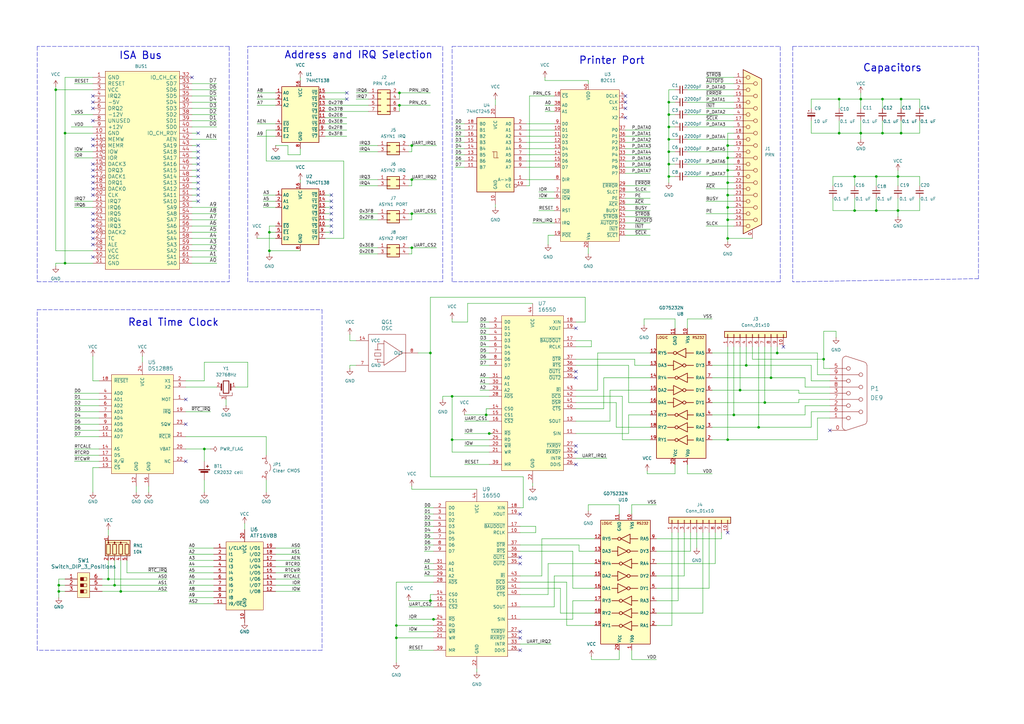
<source format=kicad_sch>
(kicad_sch (version 20231120) (generator "eeschema") (generator_version "8.0")
  (paper "A3")
  (title_block (title "ISA PC Card with 1 LPT and 2 COM ports and RTC") (date "2024-11-24") (rev "1.0"))
  (junction (at 359.41 72.39))
  (junction (at 298.45 64.77))
  (junction (at 359.41 86.36))
  (junction (at 274.32 41.91))
  (junction (at 24.13 240.03))
  (junction (at 44.45 237.49))
  (junction (at 274.32 62.23))
  (junction (at 368.3 72.39))
  (junction (at 24.13 242.57))
  (junction (at 369.57 54.61))
  (junction (at 274.32 52.07))
  (junction (at 176.53 144.78))
  (junction (at 306.07 149.86))
  (junction (at 298.45 85.09))
  (junction (at 361.95 40.64))
  (junction (at 83.82 184.15))
  (junction (at 185.42 180.34))
  (junction (at 163.83 43.18))
  (junction (at 26.67 54.61))
  (junction (at 177.8 254))
  (junction (at 110.49 95.25))
  (junction (at 350.52 86.36))
  (junction (at 337.82 147.32))
  (junction (at 298.45 69.85))
  (junction (at 274.32 46.99))
  (junction (at 168.91 87.63))
  (junction (at 274.32 57.15))
  (junction (at 200.66 177.8))
  (junction (at 298.45 97.79))
  (junction (at 311.15 175.26))
  (junction (at 300.99 170.18))
  (junction (at 168.91 101.6))
  (junction (at 298.45 80.01))
  (junction (at 185.42 162.56))
  (junction (at 168.91 73.66))
  (junction (at 49.53 242.57))
  (junction (at 176.53 246.38))
  (junction (at 350.52 72.39))
  (junction (at 298.45 180.34))
  (junction (at 353.06 40.64))
  (junction (at 344.17 40.64))
  (junction (at 110.49 102.87))
  (junction (at 353.06 54.61))
  (junction (at 168.91 59.69))
  (junction (at 298.45 90.17))
  (junction (at 274.32 72.39))
  (junction (at 318.77 144.78))
  (junction (at 298.45 59.69))
  (junction (at 361.95 54.61))
  (junction (at 298.45 74.93))
  (junction (at 163.83 38.1))
  (junction (at 274.32 67.31))
  (junction (at 303.53 160.02))
  (junction (at 162.56 261.62))
  (junction (at 22.86 36.83))
  (junction (at 313.69 165.1))
  (junction (at 369.57 40.64))
  (junction (at 344.17 54.61))
  (junction (at 26.67 107.95))
  (junction (at 162.56 256.54))
  (junction (at 316.23 154.94))
  (junction (at 368.3 86.36))
  (junction (at 46.99 240.03))
  (junction (at 199.39 170.18))
  (no_connect (at 142.24 38.1))
  (no_connect (at 81.28 77.47))
  (no_connect (at 81.28 69.85))
  (no_connect (at 213.36 259.08))
  (no_connect (at 38.1 74.93))
  (no_connect (at 38.1 69.85))
  (no_connect (at 38.1 95.25))
  (no_connect (at 256.54 39.37))
  (no_connect (at 38.1 72.39))
  (no_connect (at 76.2 189.23))
  (no_connect (at 81.28 62.23))
  (no_connect (at 38.1 92.71))
  (no_connect (at 81.28 54.61))
  (no_connect (at 78.74 31.75))
  (no_connect (at 256.54 41.91))
  (no_connect (at 256.54 44.45))
  (no_connect (at 236.22 190.5))
  (no_connect (at 81.28 64.77))
  (no_connect (at 38.1 44.45))
  (no_connect (at 76.2 173.99))
  (no_connect (at 142.24 40.64))
  (no_connect (at 135.89 85.09))
  (no_connect (at 213.36 261.62))
  (no_connect (at 135.89 95.25))
  (no_connect (at 236.22 185.42))
  (no_connect (at 38.1 80.01))
  (no_connect (at 135.89 92.71))
  (no_connect (at 81.28 82.55))
  (no_connect (at 81.28 67.31))
  (no_connect (at 236.22 152.4))
  (no_connect (at 135.89 80.01))
  (no_connect (at 340.36 176.53))
  (no_connect (at 81.28 59.69))
  (no_connect (at 298.45 218.44))
  (no_connect (at 135.89 87.63))
  (no_connect (at 38.1 77.47))
  (no_connect (at 38.1 87.63))
  (no_connect (at 236.22 134.62))
  (no_connect (at 135.89 90.17))
  (no_connect (at 38.1 57.15))
  (no_connect (at 321.31 142.24))
  (no_connect (at 135.89 82.55))
  (no_connect (at 38.1 41.91))
  (no_connect (at 256.54 48.26))
  (no_connect (at 213.36 228.6))
  (no_connect (at 236.22 154.94))
  (no_connect (at 38.1 97.79))
  (no_connect (at 38.1 90.17))
  (no_connect (at 76.2 163.83))
  (no_connect (at 81.28 74.93))
  (no_connect (at 213.36 231.14))
  (no_connect (at 38.1 59.69))
  (no_connect (at 38.1 49.53))
  (no_connect (at 38.1 100.33))
  (no_connect (at 38.1 67.31))
  (no_connect (at 38.1 105.41))
  (no_connect (at 213.36 210.82))
  (no_connect (at 38.1 39.37))
  (no_connect (at 213.36 266.7))
  (no_connect (at 236.22 182.88))
  (no_connect (at 81.28 72.39))
  (no_connect (at 81.28 80.01))
  (wire (pts (xy 133.35 92.71) (xy 135.89 92.71)))
  (wire (pts (xy 369.57 40.64) (xy 377.19 40.64)))
  (wire (pts (xy 26.67 54.61) (xy 26.67 107.95)))
  (wire (pts (xy 147.32 73.66) (xy 154.94 73.66)))
  (wire (pts (xy 255.27 162.56) (xy 255.27 180.34)))
  (wire (pts (xy 41.91 242.57) (xy 49.53 242.57)))
  (wire (pts (xy 22.86 36.83) (xy 22.86 102.87)))
  (wire (pts (xy 40.64 184.15) (xy 30.48 184.15)))
  (wire (pts (xy 330.2 154.94) (xy 330.2 158.75)))
  (wire (pts (xy 110.49 95.25) (xy 113.03 95.25)))
  (wire (pts (xy 242.57 139.7) (xy 242.57 142.24)))
  (wire (pts (xy 298.45 180.34) (xy 298.45 142.24)))
  (wire (pts (xy 133.35 48.26) (xy 142.24 48.26)))
  (wire (pts (xy 52.07 229.87) (xy 52.07 234.95)))
  (wire (pts (xy 377.19 40.64) (xy 377.19 44.45)))
  (wire (pts (xy 222.25 236.22) (xy 222.25 220.98)))
  (wire (pts (xy 298.45 74.93) (xy 300.99 74.93)))
  (wire (pts (xy 26.67 107.95) (xy 38.1 107.95)))
  (wire (pts (xy 78.74 41.91) (xy 88.9 41.91)))
  (wire (pts (xy 359.41 86.36) (xy 350.52 86.36)))
  (wire (pts (xy 274.32 62.23) (xy 276.86 62.23)))
  (polyline (pts (xy 93.98 19.05) (xy 93.98 115.57)) (stroke (width 0) (type dash)))
  (wire (pts (xy 177.8 254) (xy 179.07 254)))
  (wire (pts (xy 327.66 165.1) (xy 327.66 163.83)))
  (wire (pts (xy 105.41 50.8) (xy 113.03 50.8)))
  (wire (pts (xy 289.56 92.71) (xy 300.99 92.71)))
  (wire (pts (xy 237.49 226.06) (xy 237.49 223.52)))
  (wire (pts (xy 240.03 132.08) (xy 236.22 132.08)))
  (wire (pts (xy 168.91 76.2) (xy 168.91 73.66)))
  (wire (pts (xy 214.63 208.28) (xy 213.36 208.28)))
  (wire (pts (xy 76.2 179.07) (xy 109.22 179.07)))
  (wire (pts (xy 281.94 62.23) (xy 300.99 62.23)))
  (wire (pts (xy 341.63 81.28) (xy 341.63 86.36)))
  (wire (pts (xy 196.85 137.16) (xy 200.66 137.16)))
  (wire (pts (xy 162.56 261.62) (xy 162.56 271.78)))
  (wire (pts (xy 113.03 229.87) (xy 123.19 229.87)))
  (wire (pts (xy 350.52 81.28) (xy 350.52 86.36)))
  (wire (pts (xy 259.08 207.01) (xy 259.08 210.82)))
  (wire (pts (xy 173.99 218.44) (xy 177.8 218.44)))
  (wire (pts (xy 240.03 121.92) (xy 240.03 132.08)))
  (wire (pts (xy 274.32 72.39) (xy 274.32 74.93)))
  (wire (pts (xy 292.1 130.81) (xy 281.94 130.81)))
  (polyline (pts (xy 93.98 19.05) (xy 15.24 19.05)) (stroke (width 0) (type dash)))
  (wire (pts (xy 168.91 59.69) (xy 179.07 59.69)))
  (wire (pts (xy 281.94 130.81) (xy 281.94 134.62)))
  (wire (pts (xy 232.41 238.76) (xy 232.41 256.54)))
  (polyline (pts (xy 15.24 115.57) (xy 93.98 115.57)) (stroke (width 0) (type dash)))
  (wire (pts (xy 368.3 86.36) (xy 377.19 86.36)))
  (wire (pts (xy 308.61 147.32) (xy 337.82 147.32)))
  (wire (pts (xy 327.66 163.83) (xy 340.36 163.83)))
  (wire (pts (xy 260.35 147.32) (xy 236.22 147.32)))
  (wire (pts (xy 22.86 36.83) (xy 38.1 36.83)))
  (wire (pts (xy 341.63 72.39) (xy 350.52 72.39)))
  (wire (pts (xy 133.35 53.34) (xy 142.24 53.34)))
  (wire (pts (xy 196.85 142.24) (xy 200.66 142.24)))
  (wire (pts (xy 276.86 134.62) (xy 276.86 130.81)))
  (wire (pts (xy 332.74 168.91) (xy 340.36 168.91)))
  (wire (pts (xy 335.28 144.78) (xy 335.28 153.67)))
  (wire (pts (xy 163.83 38.1) (xy 163.83 40.64)))
  (wire (pts (xy 190.5 172.72) (xy 200.66 172.72)))
  (wire (pts (xy 250.19 172.72) (xy 250.19 160.02)))
  (wire (pts (xy 167.64 254) (xy 177.8 254)))
  (wire (pts (xy 316.23 154.94) (xy 330.2 154.94)))
  (wire (pts (xy 353.06 40.64) (xy 361.95 40.64)))
  (wire (pts (xy 311.15 175.26) (xy 311.15 142.24)))
  (wire (pts (xy 274.32 41.91) (xy 276.86 41.91)))
  (polyline (pts (xy 401.32 114.3) (xy 325.12 115.57)) (stroke (width 0) (type dash)))
  (wire (pts (xy 245.11 144.78) (xy 266.7 144.78)))
  (wire (pts (xy 298.45 64.77) (xy 300.99 64.77)))
  (wire (pts (xy 218.44 91.44) (xy 227.33 91.44)))
  (wire (pts (xy 256.54 68.58) (xy 266.7 68.58)))
  (wire (pts (xy 330.2 158.75) (xy 340.36 158.75)))
  (wire (pts (xy 274.32 36.83) (xy 274.32 41.91)))
  (wire (pts (xy 143.51 137.16) (xy 143.51 139.7)))
  (wire (pts (xy 40.64 191.77) (xy 38.1 191.77)))
  (wire (pts (xy 274.32 67.31) (xy 276.86 67.31)))
  (wire (pts (xy 46.99 240.03) (xy 68.58 240.03)))
  (wire (pts (xy 78.74 80.01) (xy 81.28 80.01)))
  (wire (pts (xy 147.32 101.6) (xy 154.94 101.6)))
  (wire (pts (xy 257.81 170.18) (xy 266.7 170.18)))
  (wire (pts (xy 196.85 134.62) (xy 200.66 134.62)))
  (wire (pts (xy 289.56 49.53) (xy 300.99 49.53)))
  (wire (pts (xy 163.83 38.1) (xy 176.53 38.1)))
  (wire (pts (xy 229.87 241.3) (xy 229.87 251.46)))
  (wire (pts (xy 220.98 81.28) (xy 227.33 81.28)))
  (wire (pts (xy 147.32 90.17) (xy 154.94 90.17)))
  (wire (pts (xy 242.57 270.51) (xy 242.57 269.24)))
  (polyline (pts (xy 181.61 19.05) (xy 181.61 115.57)) (stroke (width 0) (type dash)))
  (wire (pts (xy 361.95 40.64) (xy 361.95 44.45)))
  (wire (pts (xy 369.57 40.64) (xy 369.57 44.45)))
  (wire (pts (xy 269.24 270.51) (xy 259.08 270.51)))
  (wire (pts (xy 30.48 34.29) (xy 38.1 34.29)))
  (wire (pts (xy 113.03 234.95) (xy 123.19 234.95)))
  (wire (pts (xy 368.3 72.39) (xy 377.19 72.39)))
  (wire (pts (xy 274.32 57.15) (xy 276.86 57.15)))
  (wire (pts (xy 173.99 208.28) (xy 177.8 208.28)))
  (wire (pts (xy 168.91 200.66) (xy 195.58 200.66)))
  (wire (pts (xy 344.17 40.64) (xy 344.17 44.45)))
  (wire (pts (xy 46.99 229.87) (xy 46.99 240.03)))
  (wire (pts (xy 24.13 242.57) (xy 24.13 245.11)))
  (wire (pts (xy 234.95 226.06) (xy 234.95 241.3)))
  (wire (pts (xy 289.56 82.55) (xy 300.99 82.55)))
  (wire (pts (xy 133.35 90.17) (xy 135.89 90.17)))
  (wire (pts (xy 176.53 243.84) (xy 177.8 243.84)))
  (wire (pts (xy 203.2 40.64) (xy 203.2 43.18)))
  (wire (pts (xy 342.9 135.89) (xy 342.9 138.43)))
  (wire (pts (xy 289.56 34.29) (xy 300.99 34.29)))
  (wire (pts (xy 257.81 177.8) (xy 257.81 170.18)))
  (wire (pts (xy 87.63 234.95) (xy 77.47 234.95)))
  (wire (pts (xy 110.49 92.71) (xy 113.03 92.71)))
  (wire (pts (xy 87.63 224.79) (xy 77.47 224.79)))
  (wire (pts (xy 256.54 58.42) (xy 266.7 58.42)))
  (wire (pts (xy 215.9 68.58) (xy 227.33 68.58)))
  (wire (pts (xy 78.74 34.29) (xy 88.9 34.29)))
  (wire (pts (xy 176.53 121.92) (xy 240.03 121.92)))
  (wire (pts (xy 377.19 72.39) (xy 377.19 76.2)))
  (wire (pts (xy 241.3 207.01) (xy 241.3 209.55)))
  (wire (pts (xy 26.67 31.75) (xy 26.67 54.61)))
  (wire (pts (xy 78.74 64.77) (xy 81.28 64.77)))
  (wire (pts (xy 290.83 241.3) (xy 290.83 218.44)))
  (wire (pts (xy 292.1 180.34) (xy 298.45 180.34)))
  (wire (pts (xy 298.45 80.01) (xy 300.99 80.01)))
  (wire (pts (xy 191.77 132.08) (xy 185.42 132.08)))
  (wire (pts (xy 281.94 67.31) (xy 300.99 67.31)))
  (wire (pts (xy 88.9 57.15) (xy 78.74 57.15)))
  (wire (pts (xy 105.41 38.1) (xy 113.03 38.1)))
  (wire (pts (xy 133.35 40.64) (xy 142.24 40.64)))
  (wire (pts (xy 123.19 102.87) (xy 110.49 102.87)))
  (wire (pts (xy 274.32 57.15) (xy 274.32 62.23)))
  (wire (pts (xy 218.44 198.12) (xy 218.44 199.39)))
  (wire (pts (xy 167.64 59.69) (xy 168.91 59.69)))
  (wire (pts (xy 78.74 59.69) (xy 81.28 59.69)))
  (wire (pts (xy 83.82 184.15) (xy 83.82 189.23)))
  (wire (pts (xy 196.85 147.32) (xy 200.66 147.32)))
  (wire (pts (xy 256.54 71.12) (xy 266.7 71.12)))
  (wire (pts (xy 87.63 229.87) (xy 77.47 229.87)))
  (wire (pts (xy 44.45 237.49) (xy 68.58 237.49)))
  (wire (pts (xy 359.41 72.39) (xy 359.41 76.2)))
  (wire (pts (xy 167.64 246.38) (xy 176.53 246.38)))
  (wire (pts (xy 143.51 139.7) (xy 146.05 139.7)))
  (wire (pts (xy 300.99 170.18) (xy 300.99 142.24)))
  (wire (pts (xy 38.1 191.77) (xy 38.1 201.93)))
  (wire (pts (xy 168.91 104.14) (xy 168.91 101.6)))
  (wire (pts (xy 78.74 97.79) (xy 88.9 97.79)))
  (polyline (pts (xy 185.42 115.57) (xy 185.42 19.05)) (stroke (width 0) (type dash)))
  (wire (pts (xy 289.56 77.47) (xy 300.99 77.47)))
  (wire (pts (xy 133.35 82.55) (xy 135.89 82.55)))
  (wire (pts (xy 100.33 217.17) (xy 100.33 214.63)))
  (wire (pts (xy 353.06 40.64) (xy 353.06 44.45)))
  (polyline (pts (xy 325.12 19.05) (xy 401.32 19.05)) (stroke (width 0) (type dash)))
  (wire (pts (xy 292.1 175.26) (xy 311.15 175.26)))
  (wire (pts (xy 78.74 46.99) (xy 88.9 46.99)))
  (wire (pts (xy 292.1 170.18) (xy 300.99 170.18)))
  (wire (pts (xy 247.65 167.64) (xy 247.65 154.94)))
  (wire (pts (xy 276.86 130.81) (xy 264.16 130.81)))
  (wire (pts (xy 185.42 162.56) (xy 185.42 180.34)))
  (wire (pts (xy 311.15 175.26) (xy 332.74 175.26)))
  (wire (pts (xy 113.03 242.57) (xy 123.19 242.57)))
  (wire (pts (xy 213.36 254) (xy 234.95 254)))
  (wire (pts (xy 292.1 165.1) (xy 313.69 165.1)))
  (wire (pts (xy 341.63 86.36) (xy 350.52 86.36)))
  (wire (pts (xy 241.3 33.02) (xy 223.52 33.02)))
  (wire (pts (xy 298.45 90.17) (xy 300.99 90.17)))
  (wire (pts (xy 298.45 59.69) (xy 298.45 64.77)))
  (wire (pts (xy 26.67 237.49) (xy 24.13 237.49)))
  (wire (pts (xy 298.45 69.85) (xy 298.45 74.93)))
  (wire (pts (xy 298.45 180.34) (xy 335.28 180.34)))
  (polyline (pts (xy 325.12 19.05) (xy 325.12 115.57)) (stroke (width 0) (type dash)))
  (wire (pts (xy 281.94 36.83) (xy 300.99 36.83)))
  (wire (pts (xy 361.95 54.61) (xy 369.57 54.61)))
  (wire (pts (xy 292.1 149.86) (xy 306.07 149.86)))
  (wire (pts (xy 236.22 142.24) (xy 242.57 142.24)))
  (wire (pts (xy 335.28 153.67) (xy 340.36 153.67)))
  (wire (pts (xy 109.22 201.93) (xy 109.22 196.85)))
  (wire (pts (xy 186.69 58.42) (xy 190.5 58.42)))
  (wire (pts (xy 254 270.51) (xy 242.57 270.51)))
  (wire (pts (xy 196.85 144.78) (xy 200.66 144.78)))
  (wire (pts (xy 359.41 81.28) (xy 359.41 86.36)))
  (wire (pts (xy 78.74 67.31) (xy 81.28 67.31)))
  (wire (pts (xy 176.53 144.78) (xy 176.53 121.92)))
  (wire (pts (xy 186.69 68.58) (xy 190.5 68.58)))
  (wire (pts (xy 87.63 245.11) (xy 77.47 245.11)))
  (wire (pts (xy 359.41 86.36) (xy 368.3 86.36)))
  (wire (pts (xy 252.73 175.26) (xy 266.7 175.26)))
  (wire (pts (xy 113.03 59.69) (xy 118.11 59.69)))
  (wire (pts (xy 133.35 95.25) (xy 135.89 95.25)))
  (polyline (pts (xy 320.04 19.05) (xy 320.04 115.57)) (stroke (width 0) (type dash)))
  (wire (pts (xy 214.63 195.58) (xy 214.63 208.28)))
  (wire (pts (xy 332.74 149.86) (xy 332.74 156.21)))
  (wire (pts (xy 40.64 189.23) (xy 30.48 189.23)))
  (wire (pts (xy 377.19 81.28) (xy 377.19 86.36)))
  (wire (pts (xy 22.86 102.87) (xy 38.1 102.87)))
  (wire (pts (xy 186.69 50.8) (xy 190.5 50.8)))
  (wire (pts (xy 368.3 72.39) (xy 368.3 69.85)))
  (wire (pts (xy 195.58 274.32) (xy 195.58 275.59)))
  (wire (pts (xy 162.56 238.76) (xy 162.56 256.54)))
  (wire (pts (xy 254 207.01) (xy 241.3 207.01)))
  (wire (pts (xy 298.45 85.09) (xy 300.99 85.09)))
  (wire (pts (xy 213.36 248.92) (xy 227.33 248.92)))
  (wire (pts (xy 133.35 45.72) (xy 151.13 45.72)))
  (wire (pts (xy 173.99 215.9) (xy 177.8 215.9)))
  (wire (pts (xy 118.11 59.69) (xy 118.11 63.5)))
  (wire (pts (xy 133.35 87.63) (xy 135.89 87.63)))
  (wire (pts (xy 361.95 49.53) (xy 361.95 54.61)))
  (wire (pts (xy 113.03 240.03) (xy 123.19 240.03)))
  (wire (pts (xy 227.33 248.92) (xy 227.33 236.22)))
  (wire (pts (xy 350.52 72.39) (xy 359.41 72.39)))
  (wire (pts (xy 344.17 54.61) (xy 353.06 54.61)))
  (wire (pts (xy 274.32 41.91) (xy 274.32 46.99)))
  (polyline (pts (xy 185.42 19.05) (xy 320.04 19.05)) (stroke (width 0) (type dash)))
  (wire (pts (xy 41.91 237.49) (xy 44.45 237.49)))
  (wire (pts (xy 298.45 74.93) (xy 298.45 80.01)))
  (wire (pts (xy 24.13 240.03) (xy 26.67 240.03)))
  (wire (pts (xy 96.52 158.75) (xy 101.6 158.75)))
  (wire (pts (xy 252.73 165.1) (xy 252.73 175.26)))
  (wire (pts (xy 163.83 43.18) (xy 176.53 43.18)))
  (wire (pts (xy 147.32 76.2) (xy 154.94 76.2)))
  (wire (pts (xy 87.63 237.49) (xy 77.47 237.49)))
  (polyline (pts (xy 101.6 19.05) (xy 181.61 19.05)) (stroke (width 0) (type dash)))
  (wire (pts (xy 162.56 256.54) (xy 162.56 261.62)))
  (wire (pts (xy 281.94 57.15) (xy 300.99 57.15)))
  (wire (pts (xy 269.24 236.22) (xy 280.67 236.22)))
  (wire (pts (xy 171.45 144.78) (xy 176.53 144.78)))
  (wire (pts (xy 113.03 227.33) (xy 123.19 227.33)))
  (wire (pts (xy 163.83 43.18) (xy 163.83 45.72)))
  (wire (pts (xy 234.95 241.3) (xy 243.84 241.3)))
  (wire (pts (xy 234.95 254) (xy 234.95 246.38)))
  (wire (pts (xy 52.07 234.95) (xy 68.58 234.95)))
  (wire (pts (xy 295.91 220.98) (xy 295.91 218.44)))
  (wire (pts (xy 350.52 72.39) (xy 350.52 76.2)))
  (wire (pts (xy 186.69 63.5) (xy 190.5 63.5)))
  (wire (pts (xy 223.52 45.72) (xy 227.33 45.72)))
  (polyline (pts (xy 15.24 127) (xy 132.08 127)) (stroke (width 0) (type dash)))
  (wire (pts (xy 40.64 173.99) (xy 30.48 173.99)))
  (polyline (pts (xy 132.08 266.7) (xy 15.24 266.7)) (stroke (width 0) (type dash)))
  (wire (pts (xy 292.1 144.78) (xy 318.77 144.78)))
  (wire (pts (xy 332.74 40.64) (xy 344.17 40.64)))
  (wire (pts (xy 289.56 31.75) (xy 300.99 31.75)))
  (wire (pts (xy 173.99 236.22) (xy 177.8 236.22)))
  (wire (pts (xy 361.95 40.64) (xy 369.57 40.64)))
  (wire (pts (xy 133.35 55.88) (xy 142.24 55.88)))
  (wire (pts (xy 78.74 87.63) (xy 88.9 87.63)))
  (wire (pts (xy 224.79 96.52) (xy 224.79 100.33)))
  (wire (pts (xy 78.74 77.47) (xy 81.28 77.47)))
  (wire (pts (xy 176.53 246.38) (xy 177.8 246.38)))
  (wire (pts (xy 26.67 31.75) (xy 38.1 31.75)))
  (polyline (pts (xy 101.6 115.57) (xy 101.6 19.05)) (stroke (width 0) (type dash)))
  (wire (pts (xy 265.43 194.31) (xy 265.43 193.04)))
  (wire (pts (xy 78.74 44.45) (xy 88.9 44.45)))
  (wire (pts (xy 78.74 36.83) (xy 88.9 36.83)))
  (wire (pts (xy 298.45 85.09) (xy 298.45 90.17)))
  (wire (pts (xy 40.64 168.91) (xy 30.48 168.91)))
  (wire (pts (xy 213.36 218.44) (xy 219.71 218.44)))
  (wire (pts (xy 30.48 64.77) (xy 38.1 64.77)))
  (wire (pts (xy 215.9 63.5) (xy 227.33 63.5)))
  (wire (pts (xy 234.95 246.38) (xy 243.84 246.38)))
  (polyline (pts (xy 401.32 19.05) (xy 401.32 114.3)) (stroke (width 0) (type dash)))
  (wire (pts (xy 78.74 39.37) (xy 88.9 39.37)))
  (wire (pts (xy 176.53 243.84) (xy 176.53 246.38)))
  (wire (pts (xy 168.91 101.6) (xy 179.07 101.6)))
  (wire (pts (xy 298.45 69.85) (xy 300.99 69.85)))
  (wire (pts (xy 78.74 92.71) (xy 88.9 92.71)))
  (wire (pts (xy 289.56 87.63) (xy 300.99 87.63)))
  (wire (pts (xy 332.74 54.61) (xy 344.17 54.61)))
  (wire (pts (xy 247.65 154.94) (xy 266.7 154.94)))
  (wire (pts (xy 232.41 256.54) (xy 243.84 256.54)))
  (wire (pts (xy 186.69 53.34) (xy 190.5 53.34)))
  (wire (pts (xy 78.74 82.55) (xy 81.28 82.55)))
  (wire (pts (xy 275.59 256.54) (xy 275.59 218.44)))
  (wire (pts (xy 30.48 85.09) (xy 38.1 85.09)))
  (wire (pts (xy 49.53 229.87) (xy 49.53 242.57)))
  (wire (pts (xy 24.13 240.03) (xy 24.13 242.57)))
  (wire (pts (xy 29.21 46.99) (xy 38.1 46.99)))
  (wire (pts (xy 224.79 243.84) (xy 224.79 231.14)))
  (wire (pts (xy 274.32 52.07) (xy 274.32 57.15)))
  (wire (pts (xy 113.03 232.41) (xy 123.19 232.41)))
  (wire (pts (xy 280.67 236.22) (xy 280.67 218.44)))
  (wire (pts (xy 109.22 186.69) (xy 109.22 179.07)))
  (wire (pts (xy 78.74 74.93) (xy 81.28 74.93)))
  (wire (pts (xy 113.03 237.49) (xy 123.19 237.49)))
  (wire (pts (xy 101.6 158.75) (xy 101.6 148.59)))
  (wire (pts (xy 49.53 242.57) (xy 68.58 242.57)))
  (wire (pts (xy 256.54 83.82) (xy 266.7 83.82)))
  (wire (pts (xy 245.11 160.02) (xy 245.11 144.78)))
  (wire (pts (xy 140.97 97.79) (xy 140.97 66.04)))
  (wire (pts (xy 168.91 62.23) (xy 168.91 59.69)))
  (wire (pts (xy 76.2 184.15) (xy 83.82 184.15)))
  (wire (pts (xy 237.49 223.52) (xy 213.36 223.52)))
  (wire (pts (xy 181.61 163.83) (xy 181.61 162.56)))
  (wire (pts (xy 256.54 88.9) (xy 266.7 88.9)))
  (wire (pts (xy 337.82 151.13) (xy 337.82 147.32)))
  (wire (pts (xy 298.45 90.17) (xy 298.45 97.79)))
  (wire (pts (xy 133.35 38.1) (xy 142.24 38.1)))
  (wire (pts (xy 29.21 52.07) (xy 38.1 52.07)))
  (wire (pts (xy 78.74 100.33) (xy 88.9 100.33)))
  (wire (pts (xy 220.98 86.36) (xy 227.33 86.36)))
  (wire (pts (xy 92.71 163.83) (xy 92.71 166.37)))
  (wire (pts (xy 313.69 165.1) (xy 313.69 142.24)))
  (wire (pts (xy 40.64 156.21) (xy 38.1 156.21)))
  (wire (pts (xy 196.85 139.7) (xy 200.66 139.7)))
  (wire (pts (xy 110.49 95.25) (xy 110.49 102.87)))
  (wire (pts (xy 269.24 220.98) (xy 295.91 220.98)))
  (wire (pts (xy 147.32 104.14) (xy 154.94 104.14)))
  (wire (pts (xy 87.63 247.65) (xy 77.47 247.65)))
  (wire (pts (xy 78.74 95.25) (xy 88.9 95.25)))
  (wire (pts (xy 292.1 154.94) (xy 316.23 154.94)))
  (wire (pts (xy 292.1 160.02) (xy 303.53 160.02)))
  (wire (pts (xy 186.69 55.88) (xy 190.5 55.88)))
  (wire (pts (xy 107.95 80.01) (xy 113.03 80.01)))
  (polyline (pts (xy 181.61 115.57) (xy 101.6 115.57)) (stroke (width 0) (type dash)))
  (wire (pts (xy 353.06 40.64) (xy 353.06 38.1)))
  (wire (pts (xy 196.85 160.02) (xy 200.66 160.02)))
  (wire (pts (xy 55.88 199.39) (xy 55.88 201.93)))
  (wire (pts (xy 167.64 73.66) (xy 168.91 73.66)))
  (wire (pts (xy 200.66 177.8) (xy 201.93 177.8)))
  (wire (pts (xy 24.13 242.57) (xy 26.67 242.57)))
  (wire (pts (xy 140.97 66.04) (xy 109.22 66.04)))
  (wire (pts (xy 109.22 53.34) (xy 113.03 53.34)))
  (wire (pts (xy 285.75 218.44) (xy 285.75 224.79)))
  (polyline (pts (xy 15.24 19.05) (xy 15.24 115.57)) (stroke (width 0) (type dash)))
  (wire (pts (xy 359.41 72.39) (xy 368.3 72.39)))
  (wire (pts (xy 259.08 270.51) (xy 259.08 266.7)))
  (wire (pts (xy 133.35 97.79) (xy 140.97 97.79)))
  (wire (pts (xy 213.36 238.76) (xy 232.41 238.76)))
  (wire (pts (xy 288.29 251.46) (xy 288.29 218.44)))
  (wire (pts (xy 278.13 246.38) (xy 278.13 218.44)))
  (wire (pts (xy 332.74 44.45) (xy 332.74 40.64)))
  (wire (pts (xy 167.64 266.7) (xy 177.8 266.7)))
  (wire (pts (xy 269.24 256.54) (xy 275.59 256.54)))
  (wire (pts (xy 167.64 76.2) (xy 168.91 76.2)))
  (wire (pts (xy 78.74 72.39) (xy 81.28 72.39)))
  (wire (pts (xy 298.45 54.61) (xy 298.45 59.69)))
  (wire (pts (xy 260.35 149.86) (xy 260.35 147.32)))
  (wire (pts (xy 133.35 43.18) (xy 151.13 43.18)))
  (wire (pts (xy 327.66 161.29) (xy 340.36 161.29)))
  (wire (pts (xy 274.32 62.23) (xy 274.32 67.31)))
  (wire (pts (xy 335.28 171.45) (xy 340.36 171.45)))
  (wire (pts (xy 147.32 62.23) (xy 154.94 62.23)))
  (wire (pts (xy 41.91 240.03) (xy 46.99 240.03)))
  (wire (pts (xy 335.28 180.34) (xy 335.28 171.45)))
  (wire (pts (xy 303.53 160.02) (xy 327.66 160.02)))
  (wire (pts (xy 256.54 86.36) (xy 266.7 86.36)))
  (wire (pts (xy 215.9 58.42) (xy 227.33 58.42)))
  (wire (pts (xy 87.63 232.41) (xy 77.47 232.41)))
  (wire (pts (xy 199.39 170.18) (xy 200.66 170.18)))
  (wire (pts (xy 215.9 73.66) (xy 227.33 73.66)))
  (wire (pts (xy 316.23 154.94) (xy 316.23 142.24)))
  (wire (pts (xy 332.74 49.53) (xy 332.74 54.61)))
  (wire (pts (xy 256.54 53.34) (xy 266.7 53.34)))
  (wire (pts (xy 118.11 63.5) (xy 123.19 63.5)))
  (wire (pts (xy 167.64 62.23) (xy 168.91 62.23)))
  (wire (pts (xy 22.86 109.22) (xy 22.86 107.95)))
  (wire (pts (xy 213.36 215.9) (xy 219.71 215.9)))
  (wire (pts (xy 143.51 149.86) (xy 146.05 149.86)))
  (wire (pts (xy 217.17 76.2) (xy 217.17 39.37)))
  (wire (pts (xy 196.85 157.48) (xy 200.66 157.48)))
  (wire (pts (xy 176.53 144.78) (xy 176.53 195.58)))
  (wire (pts (xy 87.63 227.33) (xy 77.47 227.33)))
  (wire (pts (xy 177.8 238.76) (xy 162.56 238.76)))
  (wire (pts (xy 190.5 170.18) (xy 199.39 170.18)))
  (wire (pts (xy 236.22 177.8) (xy 257.81 177.8)))
  (wire (pts (xy 276.86 194.31) (xy 265.43 194.31)))
  (wire (pts (xy 337.82 135.89) (xy 342.9 135.89)))
  (wire (pts (xy 236.22 165.1) (xy 252.73 165.1)))
  (wire (pts (xy 298.45 64.77) (xy 298.45 69.85)))
  (wire (pts (xy 40.64 171.45) (xy 30.48 171.45)))
  (wire (pts (xy 181.61 162.56) (xy 185.42 162.56)))
  (wire (pts (xy 167.64 259.08) (xy 177.8 259.08)))
  (wire (pts (xy 227.33 236.22) (xy 243.84 236.22)))
  (wire (pts (xy 281.94 46.99) (xy 300.99 46.99)))
  (wire (pts (xy 162.56 261.62) (xy 177.8 261.62)))
  (wire (pts (xy 26.67 54.61) (xy 38.1 54.61)))
  (wire (pts (xy 283.21 226.06) (xy 283.21 218.44)))
  (wire (pts (xy 105.41 43.18) (xy 113.03 43.18)))
  (wire (pts (xy 203.2 83.82) (xy 203.2 85.09)))
  (wire (pts (xy 353.06 54.61) (xy 353.06 57.15)))
  (wire (pts (xy 330.2 170.18) (xy 330.2 166.37)))
  (wire (pts (xy 83.82 148.59) (xy 101.6 148.59)))
  (wire (pts (xy 167.64 104.14) (xy 168.91 104.14)))
  (wire (pts (xy 368.3 81.28) (xy 368.3 86.36)))
  (wire (pts (xy 78.74 69.85) (xy 81.28 69.85)))
  (wire (pts (xy 274.32 72.39) (xy 276.86 72.39)))
  (wire (pts (xy 318.77 144.78) (xy 335.28 144.78)))
  (wire (pts (xy 369.57 54.61) (xy 377.19 54.61)))
  (wire (pts (xy 146.05 40.64) (xy 151.13 40.64)))
  (wire (pts (xy 327.66 160.02) (xy 327.66 161.29)))
  (wire (pts (xy 22.86 35.56) (xy 22.86 36.83)))
  (wire (pts (xy 298.45 97.79) (xy 308.61 97.79)))
  (wire (pts (xy 40.64 166.37) (xy 30.48 166.37)))
  (wire (pts (xy 256.54 81.28) (xy 266.7 81.28)))
  (wire (pts (xy 58.42 146.05) (xy 58.42 148.59)))
  (wire (pts (xy 369.57 49.53) (xy 369.57 54.61)))
  (wire (pts (xy 105.41 97.79) (xy 113.03 97.79)))
  (wire (pts (xy 332.74 156.21) (xy 340.36 156.21)))
  (polyline (pts (xy 132.08 127) (xy 132.08 266.7)) (stroke (width 0) (type dash)))
  (wire (pts (xy 274.32 36.83) (xy 276.86 36.83)))
  (wire (pts (xy 300.99 54.61) (xy 298.45 54.61)))
  (wire (pts (xy 256.54 91.44) (xy 266.7 91.44)))
  (wire (pts (xy 269.24 226.06) (xy 283.21 226.06)))
  (wire (pts (xy 185.42 180.34) (xy 200.66 180.34)))
  (polyline (pts (xy 15.24 266.7) (xy 15.24 127)) (stroke (width 0) (type dash)))
  (wire (pts (xy 298.45 59.69) (xy 300.99 59.69)))
  (wire (pts (xy 257.81 149.86) (xy 257.81 165.1)))
  (wire (pts (xy 147.32 59.69) (xy 154.94 59.69)))
  (wire (pts (xy 44.45 217.17) (xy 44.45 219.71)))
  (wire (pts (xy 306.07 149.86) (xy 332.74 149.86)))
  (wire (pts (xy 254 266.7) (xy 254 270.51)))
  (wire (pts (xy 168.91 199.39) (xy 168.91 200.66)))
  (wire (pts (xy 191.77 124.46) (xy 191.77 132.08)))
  (wire (pts (xy 167.64 90.17) (xy 168.91 90.17)))
  (wire (pts (xy 237.49 226.06) (xy 243.84 226.06)))
  (polyline (pts (xy 320.04 115.57) (xy 185.42 115.57)) (stroke (width 0) (type dash)))
  (wire (pts (xy 110.49 102.87) (xy 110.49 104.14)))
  (wire (pts (xy 344.17 49.53) (xy 344.17 54.61)))
  (wire (pts (xy 256.54 76.2) (xy 266.7 76.2)))
  (wire (pts (xy 340.36 151.13) (xy 337.82 151.13)))
  (wire (pts (xy 368.3 72.39) (xy 368.3 76.2)))
  (wire (pts (xy 229.87 251.46) (xy 243.84 251.46)))
  (wire (pts (xy 256.54 63.5) (xy 266.7 63.5)))
  (wire (pts (xy 269.24 251.46) (xy 288.29 251.46)))
  (wire (pts (xy 298.45 99.06) (xy 298.45 97.79)))
  (wire (pts (xy 185.42 185.42) (xy 200.66 185.42)))
  (wire (pts (xy 22.86 107.95) (xy 26.67 107.95)))
  (wire (pts (xy 293.37 231.14) (xy 293.37 218.44)))
  (wire (pts (xy 40.64 186.69) (xy 30.48 186.69)))
  (wire (pts (xy 337.82 147.32) (xy 337.82 135.89)))
  (wire (pts (xy 241.3 101.6) (xy 241.3 104.14)))
  (wire (pts (xy 107.95 85.09) (xy 113.03 85.09)))
  (wire (pts (xy 24.13 237.49) (xy 24.13 240.03)))
  (wire (pts (xy 344.17 40.64) (xy 353.06 40.64)))
  (wire (pts (xy 281.94 194.31) (xy 281.94 190.5)))
  (wire (pts (xy 313.69 165.1) (xy 327.66 165.1)))
  (wire (pts (xy 218.44 124.46) (xy 191.77 124.46)))
  (wire (pts (xy 254 210.82) (xy 254 207.01)))
  (wire (pts (xy 257.81 165.1) (xy 266.7 165.1)))
  (wire (pts (xy 219.71 215.9) (xy 219.71 218.44)))
  (wire (pts (xy 109.22 66.04) (xy 109.22 53.34)))
  (wire (pts (xy 353.06 49.53) (xy 353.06 54.61)))
  (wire (pts (xy 377.19 49.53) (xy 377.19 54.61)))
  (wire (pts (xy 213.36 264.16) (xy 226.06 264.16)))
  (wire (pts (xy 213.36 243.84) (xy 224.79 243.84)))
  (wire (pts (xy 308.61 142.24) (xy 308.61 147.32)))
  (wire (pts (xy 196.85 154.94) (xy 200.66 154.94)))
  (wire (pts (xy 168.91 73.66) (xy 179.07 73.66)))
  (wire (pts (xy 264.16 130.81) (xy 264.16 133.35)))
  (wire (pts (xy 78.74 85.09) (xy 88.9 85.09)))
  (wire (pts (xy 300.99 170.18) (xy 330.2 170.18)))
  (wire (pts (xy 78.74 102.87) (xy 88.9 102.87)))
  (wire (pts (xy 199.39 167.64) (xy 199.39 170.18)))
  (wire (pts (xy 256.54 66.04) (xy 266.7 66.04)))
  (wire (pts (xy 236.22 160.02) (xy 245.11 160.02)))
  (wire (pts (xy 143.51 151.13) (xy 143.51 149.86)))
  (wire (pts (xy 167.64 101.6) (xy 168.91 101.6)))
  (wire (pts (xy 318.77 144.78) (xy 318.77 142.24)))
  (wire (pts (xy 167.64 248.92) (xy 177.8 248.92)))
  (wire (pts (xy 133.35 50.8) (xy 142.24 50.8)))
  (wire (pts (xy 215.9 66.04) (xy 227.33 66.04)))
  (wire (pts (xy 60.96 199.39) (xy 60.96 201.93)))
  (wire (pts (xy 167.64 87.63) (xy 168.91 87.63)))
  (wire (pts (xy 281.94 52.07) (xy 300.99 52.07)))
  (wire (pts (xy 332.74 175.26) (xy 332.74 168.91)))
  (wire (pts (xy 107.95 82.55) (xy 113.03 82.55)))
  (wire (pts (xy 256.54 93.98) (xy 266.7 93.98)))
  (wire (pts (xy 123.19 73.66) (xy 123.19 74.93)))
  (wire (pts (xy 123.19 31.75) (xy 123.19 33.02)))
  (wire (pts (xy 87.63 242.57) (xy 77.47 242.57)))
  (wire (pts (xy 213.36 236.22) (xy 222.25 236.22)))
  (wire (pts (xy 76.2 158.75) (xy 88.9 158.75)))
  (wire (pts (xy 215.9 60.96) (xy 227.33 60.96)))
  (wire (pts (xy 78.74 49.53) (xy 88.9 49.53)))
  (wire (pts (xy 173.99 220.98) (xy 177.8 220.98)))
  (wire (pts (xy 223.52 43.18) (xy 227.33 43.18)))
  (wire (pts (xy 200.66 162.56) (xy 185.42 162.56)))
  (wire (pts (xy 274.32 46.99) (xy 276.86 46.99)))
  (wire (pts (xy 215.9 55.88) (xy 227.33 55.88)))
  (wire (pts (xy 289.56 39.37) (xy 300.99 39.37)))
  (wire (pts (xy 40.64 161.29) (xy 30.48 161.29)))
  (wire (pts (xy 250.19 160.02) (xy 266.7 160.02)))
  (wire (pts (xy 236.22 187.96) (xy 248.92 187.96)))
  (wire (pts (xy 162.56 256.54) (xy 177.8 256.54)))
  (wire (pts (xy 306.07 149.86) (xy 306.07 142.24)))
  (wire (pts (xy 353.06 54.61) (xy 361.95 54.61)))
  (wire (pts (xy 123.19 60.96) (xy 123.19 63.5)))
  (wire (pts (xy 190.5 190.5) (xy 200.66 190.5)))
  (wire (pts (xy 217.17 39.37) (xy 227.33 39.37)))
  (wire (pts (xy 105.41 40.64) (xy 113.03 40.64)))
  (wire (pts (xy 236.22 172.72) (xy 250.19 172.72)))
  (wire (pts (xy 256.54 55.88) (xy 266.7 55.88)))
  (wire (pts (xy 190.5 177.8) (xy 200.66 177.8)))
  (wire (pts (xy 110.49 95.25) (xy 110.49 92.71)))
  (wire (pts (xy 40.64 179.07) (xy 30.48 179.07)))
  (wire (pts (xy 236.22 162.56) (xy 255.27 162.56)))
  (wire (pts (xy 78.74 105.41) (xy 88.9 105.41)))
  (wire (pts (xy 269.24 207.01) (xy 259.08 207.01)))
  (wire (pts (xy 220.98 78.74) (xy 227.33 78.74)))
  (wire (pts (xy 224.79 231.14) (xy 243.84 231.14)))
  (wire (pts (xy 173.99 226.06) (xy 177.8 226.06)))
  (wire (pts (xy 83.82 201.93) (xy 83.82 196.85)))
  (wire (pts (xy 196.85 149.86) (xy 200.66 149.86)))
  (wire (pts (xy 133.35 85.09) (xy 135.89 85.09)))
  (wire (pts (xy 274.32 52.07) (xy 276.86 52.07)))
  (wire (pts (xy 185.42 130.81) (xy 185.42 132.08)))
  (wire (pts (xy 168.91 90.17) (xy 168.91 87.63)))
  (wire (pts (xy 276.86 190.5) (xy 276.86 194.31)))
  (wire (pts (xy 105.41 55.88) (xy 113.03 55.88)))
  (wire (pts (xy 292.1 194.31) (xy 281.94 194.31)))
  (wire (pts (xy 341.63 72.39) (xy 341.63 76.2)))
  (wire (pts (xy 289.56 44.45) (xy 300.99 44.45)))
  (wire (pts (xy 30.48 82.55) (xy 38.1 82.55)))
  (wire (pts (xy 215.9 53.34) (xy 227.33 53.34)))
  (wire (pts (xy 78.74 54.61) (xy 81.28 54.61)))
  (wire (pts (xy 86.36 184.15) (xy 83.82 184.15)))
  (wire (pts (xy 76.2 156.21) (xy 83.82 156.21)))
  (wire (pts (xy 30.48 62.23) (xy 38.1 62.23)))
  (wire (pts (xy 298.45 80.01) (xy 298.45 85.09)))
  (wire (pts (xy 274.32 46.99) (xy 274.32 52.07)))
  (wire (pts (xy 269.24 231.14) (xy 293.37 231.14)))
  (wire (pts (xy 330.2 166.37) (xy 340.36 166.37)))
  (wire (pts (xy 133.35 80.01) (xy 135.89 80.01)))
  (wire (pts (xy 281.94 41.91) (xy 300.99 41.91)))
  (wire (pts (xy 83.82 156.21) (xy 83.82 148.59)))
  (wire (pts (xy 199.39 167.64) (xy 200.66 167.64)))
  (wire (pts (xy 236.22 149.86) (xy 257.81 149.86)))
  (wire (pts (xy 274.32 67.31) (xy 274.32 72.39)))
  (wire (pts (xy 269.24 241.3) (xy 290.83 241.3)))
  (wire (pts (xy 87.63 240.03) (xy 77.47 240.03)))
  (wire (pts (xy 147.32 87.63) (xy 154.94 87.63)))
  (wire (pts (xy 40.64 163.83) (xy 30.48 163.83)))
  (wire (pts (xy 78.74 90.17) (xy 88.9 90.17)))
  (wire (pts (xy 196.85 132.08) (xy 200.66 132.08)))
  (wire (pts (xy 255.27 180.34) (xy 266.7 180.34)))
  (wire (pts (xy 173.99 233.68) (xy 177.8 233.68)))
  (wire (pts (xy 78.74 107.95) (xy 88.9 107.95)))
  (wire (pts (xy 44.45 229.87) (xy 44.45 237.49)))
  (wire (pts (xy 241.3 34.29) (xy 241.3 33.02)))
  (wire (pts (xy 113.03 224.79) (xy 123.19 224.79)))
  (wire (pts (xy 236.22 167.64) (xy 247.65 167.64)))
  (wire (pts (xy 38.1 156.21) (xy 38.1 146.05)))
  (wire (pts (xy 146.05 38.1) (xy 151.13 38.1)))
  (wire (pts (xy 222.25 220.98) (xy 243.84 220.98)))
  (wire (pts (xy 269.24 246.38) (xy 278.13 246.38)))
  (wire (pts (xy 186.69 66.04) (xy 190.5 66.04)))
  (wire (pts (xy 186.69 60.96) (xy 190.5 60.96)))
  (wire (pts (xy 173.99 231.14) (xy 177.8 231.14)))
  (wire (pts (xy 303.53 160.02) (xy 303.53 142.24)))
  (wire (pts (xy 223.52 31.75) (xy 223.52 33.02)))
  (wire (pts (xy 176.53 195.58) (xy 214.63 195.58)))
  (wire (pts (xy 227.33 96.52) (xy 224.79 96.52)))
  (wire (pts (xy 236.22 139.7) (xy 242.57 139.7)))
  (wire (pts (xy 78.74 62.23) (xy 81.28 62.23)))
  (wire (pts (xy 213.36 226.06) (xy 234.95 226.06)))
  (wire (pts (xy 256.54 78.74) (xy 266.7 78.74)))
  (wire (pts (xy 260.35 149.86) (xy 266.7 149.86)))
  (wire (pts (xy 185.42 180.34) (xy 185.42 185.42)))
  (wire (pts (xy 368.3 86.36) (xy 368.3 88.9)))
  (wire (pts (xy 76.2 168.91) (xy 86.36 168.91)))
  (wire (pts (xy 190.5 182.88) (xy 200.66 182.88)))
  (wire (pts (xy 256.54 60.96) (xy 266.7 60.96)))
  (wire (pts (xy 78.74 52.07) (xy 88.9 52.07)))
  (wire (pts (xy 213.36 241.3) (xy 229.87 241.3)))
  (wire (pts (xy 215.9 50.8) (xy 227.33 50.8)))
  (wire (pts (xy 168.91 87.63) (xy 179.07 87.63)))
  (wire (pts (xy 173.99 213.36) (xy 177.8 213.36)))
  (wire (pts (xy 256.54 96.52) (xy 266.7 96.52)))
  (wire (pts (xy 40.64 176.53) (xy 30.48 176.53)))
  (wire (pts (xy 215.9 76.2) (xy 217.17 76.2)))
  (wire (pts (xy 281.94 72.39) (xy 300.99 72.39)))
  (wire (pts (xy 173.99 223.52) (xy 177.8 223.52)))
  (wire (pts (xy 173.99 210.82) (xy 177.8 210.82)))
  (text "Printer Port" (at 250.952 24.892 0) (effects (font (size 3 3) (thickness 0.375))))
  (text "ISA Bus" (at 57.658 22.86 0) (effects (font (size 3 3) (thickness 0.375))))
  (text "Capacitors" (at 366.014 27.94 0) (effects (font (size 3 3) (thickness 0.375))))
  (text "Real Time Clock" (at 71.12 132.334 0) (effects (font (size 3 3) (thickness 0.375))))
  (text "Address and IRQ Selection" (at 147.066 22.606 0) (effects (font (size 3 3) (thickness 0.375))))
  (label "A2" (at 77.47 227.33 0))
  (label "A3" (at 107.95 80.01 0))
  (label "D5" (at 186.69 63.5 0))
  (label "A5" (at 77.47 234.95 0))
  (label "IOW" (at 123.19 242.57 180))
  (label "VDD" (at 30.48 52.07 0))
  (label "P_DATA1" (at 259.08 55.88 0))
  (label "D2" (at 88.9 46.99 180) (effects (font (size 1.524 1.524))))
  (label "P_DATA6" (at 259.08 68.58 0))
  (label "UART_CS2" (at 167.64 248.92 0))
  (label "A8" (at 88.9 87.63 180) (effects (font (size 1.524 1.524))))
  (label "~{INIT}" (at 289.56 44.45 0))
  (label "~{ACK}" (at 260.35 83.82 0))
  (label "D7" (at 88.9 34.29 180) (effects (font (size 1.524 1.524))))
  (label "A7" (at 88.9 90.17 180) (effects (font (size 1.524 1.524))))
  (label "D0" (at 30.48 161.29 0))
  (label "RESET" (at 30.48 34.29 0))
  (label "IRQ4" (at 147.32 62.23 0))
  (label "SLCK" (at 260.35 78.74 0))
  (label "A4" (at 77.47 232.41 0))
  (label "D2" (at 173.99 213.36 0))
  (label "D1" (at 173.99 210.82 0))
  (label "0x378" (at 134.62 45.72 0))
  (label "~{AUTOFD}" (at 289.56 34.29 0))
  (label "A2" (at 88.9 102.87 180) (effects (font (size 1.524 1.524))))
  (label "P_DATA2" (at 289.56 46.99 0))
  (label "A3" (at 88.9 100.33 180) (effects (font (size 1.524 1.524))))
  (label "PRN_IRQ" (at 218.44 91.44 0))
  (label "D6" (at 30.48 176.53 0))
  (label "0x3E8" (at 134.62 50.8 0))
  (label "IOR" (at 220.98 78.74 0))
  (label "IOR" (at 190.5 177.8 0))
  (label "A9" (at 77.47 245.11 0))
  (label "A4" (at 105.41 40.64 0))
  (label "~{ACK}" (at 289.56 77.47 0))
  (label "PE" (at 289.56 87.63 0))
  (label "D7" (at 186.69 68.58 0))
  (label "A2" (at 173.99 236.22 0))
  (label "0x2E8" (at 147.32 104.14 0))
  (label "D1" (at 186.69 53.34 0))
  (label "A4" (at 88.9 97.79 180) (effects (font (size 1.524 1.524))))
  (label "D0" (at 196.85 132.08 0))
  (label "IRQ6" (at 30.48 85.09 0))
  (label "RESET" (at 220.98 86.36 0))
  (label "0x2E8" (at 134.62 48.26 0))
  (label "UART_CS1" (at 179.07 87.63 180))
  (label "P_DATA2" (at 259.08 58.42 0))
  (label "0x3E8" (at 147.32 101.6 0))
  (label "P_DATA4" (at 289.56 57.15 0))
  (label "A1" (at 223.52 45.72 0))
  (label "IOR" (at 167.64 254 0))
  (label "A1" (at 196.85 157.48 0))
  (label "AEN" (at 105.41 50.8 0))
  (label "VSS" (at 292.1 130.81 180))
  (label "D5" (at 173.99 220.98 0))
  (label "PE" (at 260.35 81.28 0))
  (label "0x2F8" (at 134.62 53.34 0))
  (label "D6" (at 173.99 223.52 0))
  (label "P_DATA3" (at 259.08 60.96 0))
  (label "RESET" (at 167.64 266.7 0))
  (label "0x2F8" (at 147.32 90.17 0))
  (label "BUSY" (at 289.56 82.55 0))
  (label "A7" (at 105.41 43.18 0))
  (label "VDD" (at 292.1 194.31 180))
  (label "IOW" (at 190.5 182.88 0))
  (label "VDD" (at 269.24 270.51 180))
  (label "RTCRD" (at 123.19 232.41 180))
  (label "A0" (at 77.47 224.79 0))
  (label "D1" (at 30.48 163.83 0))
  (label "D4" (at 30.48 171.45 0))
  (label "UART_CS2" (at 179.07 101.6 180))
  (label "~{AUTOFD}" (at 260.35 91.44 0))
  (label "P_DATA7" (at 289.56 72.39 0))
  (label "~{SCLK}" (at 289.56 49.53 0))
  (label "IRQ3" (at 147.32 73.66 0))
  (label "A5" (at 88.9 95.25 180) (effects (font (size 1.524 1.524))))
  (label "D5" (at 30.48 173.99 0))
  (label "P_DATA4" (at 259.08 63.5 0))
  (label "IOW" (at 167.64 259.08 0))
  (label "A0" (at 88.9 107.95 180) (effects (font (size 1.524 1.524))))
  (label "D1" (at 88.9 49.53 180) (effects (font (size 1.524 1.524))))
  (label "A1" (at 88.9 105.41 180) (effects (font (size 1.524 1.524))))
  (label "UART_CS1" (at 190.5 172.72 0))
  (label "P_DATA5" (at 259.08 66.04 0))
  (label "~{STROB}" (at 289.56 31.75 0))
  (label "IRQ7" (at 146.05 40.64 0))
  (label "D2" (at 30.48 166.37 0))
  (label "D4" (at 88.9 41.91 180) (effects (font (size 1.524 1.524))))
  (label "AS1" (at 123.19 227.33 180))
  (label "A2" (at 196.85 160.02 0))
  (label "A8" (at 105.41 38.1 0))
  (label "D0" (at 186.69 50.8 0))
  (label "IOW" (at 220.98 81.28 0))
  (label "A6" (at 88.9 92.71 180) (effects (font (size 1.524 1.524))))
  (label "SLCK" (at 289.56 92.71 0))
  (label "A0" (at 173.99 231.14 0))
  (label "UART_IRQ1" (at 179.07 59.69 180))
  (label "PRN_IRQ" (at 167.64 38.1 0))
  (label "0x278" (at 134.62 43.18 0))
  (label "P_DATA6" (at 289.56 67.31 0))
  (label "D7" (at 30.48 179.07 0))
  (label "D3" (at 173.99 215.9 0))
  (label "RESET" (at 190.5 190.5 0))
  (label "0x3F8" (at 134.62 55.88 0))
  (label "UART_IRQ2" (at 179.07 73.66 180))
  (label "VSS" (at 269.24 207.01 180))
  (label "A8" (at 77.47 242.57 0))
  (label "A6" (at 77.47 237.49 0))
  (label "A0" (at 223.52 43.18 0))
  (label "P_DATA0" (at 289.56 36.83 0))
  (label "AS1" (at 68.58 240.03 180))
  (label "D5" (at 88.9 39.37 180) (effects (font (size 1.524 1.524))))
  (label "AS2" (at 77.47 247.65 0))
  (label "D4" (at 186.69 60.96 0))
  (label "UART_IRQ2" (at 226.06 264.16 180))
  (label "D5" (at 196.85 144.78 0))
  (label "RTCALE" (at 123.19 237.49 180))
  (label "~{ERROR}" (at 260.35 76.2 0))
  (label "D3" (at 186.69 58.42 0))
  (label "VSS" (at 30.48 46.99 0))
  (label "IRQ4" (at 147.32 76.2 0))
  (label "P_DATA3" (at 289.56 52.07 0))
  (label "0x3F8" (at 147.32 87.63 0))
  (label "A3" (at 77.47 229.87 0))
  (label "P_DATA7" (at 259.08 71.12 0))
  (label "D3" (at 88.9 44.45 180) (effects (font (size 1.524 1.524))))
  (label "IRQ3" (at 147.32 59.69 0))
  (label "D7" (at 173.99 226.06 0))
  (label "D1" (at 196.85 134.62 0))
  (label "AS2" (at 68.58 242.57 180))
  (label "PRN_CS" (at 167.64 43.18 0))
  (label "D3" (at 30.48 168.91 0))
  (label "AS0" (at 68.58 237.49 180))
  (label "A0" (at 196.85 154.94 0))
  (label "AEN" (at 88.9 57.15 180) (effects (font (size 1.524 1.524))))
  (label "IOR" (at 123.19 240.03 180))
  (label "RTCWR" (at 30.48 189.23 0))
  (label "D6" (at 186.69 66.04 0))
  (label "A1" (at 173.99 233.68 0))
  (label "BUSY" (at 260.35 86.36 0))
  (label "A9" (at 105.41 55.88 0))
  (label "PRN_CS" (at 218.44 39.37 0))
  (label "~{RTC_IRQ}" (at 68.58 234.95 180))
  (label "D0" (at 88.9 52.07 180) (effects (font (size 1.524 1.524))))
  (label "RTCWR" (at 123.19 234.95 180))
  (label "P_DATA0" (at 259.08 53.34 0))
  (label "D2" (at 186.69 55.88 0))
  (label "D0" (at 173.99 208.28 0))
  (label "IRQ6" (at 146.05 38.1 0))
  (label "IOW" (at 30.48 62.23 0))
  (label "~{STROB}" (at 260.35 88.9 0))
  (label "A7" (at 77.47 240.03 0))
  (label "RTCRD" (at 30.48 186.69 0))
  (label "D6" (at 196.85 147.32 0))
  (label "A9" (at 88.9 85.09 180) (effects (font (size 1.524 1.524))))
  (label "A5" (at 107.95 82.55 0))
  (label "A6" (at 107.95 85.09 0))
  (label "IRQ7" (at 30.48 82.55 0))
  (label "AEN" (at 123.19 229.87 180))
  (label "D6" (at 88.9 36.83 180) (effects (font (size 1.524 1.524))))
  (label "P_DATA5" (at 289.56 62.23 0))
  (label "P_DATA1" (at 289.56 41.91 0))
  (label "D4" (at 173.99 218.44 0))
  (label "IOR" (at 30.48 64.77 0))
  (label "AS0" (at 123.19 224.79 180))
  (label "D7" (at 196.85 149.86 0))
  (label "~{INIT}" (at 260.35 93.98 0))
  (label "D2" (at 196.85 137.16 0))
  (label "D3" (at 196.85 139.7 0))
  (label "UART_IRQ1" (at 248.92 187.96 180))
  (label "~{ERROR}" (at 289.56 39.37 0))
  (label "~{RTC_IRQ}" (at 86.36 168.91 180))
  (label "~{SCLK}" (at 260.35 96.52 0))
  (label "D4" (at 196.85 142.24 0))
  (label "RTCALE" (at 30.48 184.15 0))
  (symbol (lib_id "74xx:74HCT138") (at 123.19 90.17 0) (unit 1)
    (property "Reference" "U2" (at 125.3841 72.39 0) (effects (justify left)))
    (property "Value" "74HCT138" (at 125.3841 74.93 0) (effects (justify left)))
    (property "Footprint" "Package_DIP:DIP-16_W7.62mm_Socket" (effects (hide yes)))
    (property "Datasheet" "http://www.ti.com/lit/ds/symlink/cd74hc238.pdf" (effects (hide yes)))
    (property "Description" "3-to-8 line decoder/multiplexer inverting, DIP-16/SOIC-16/SSOP-16" (effects (hide yes)))
  )
  (symbol (lib_id "power:VCC") (at 100.33 214.63 0) (unit 1)
    (property "Reference" "#PWR023" (effects (hide yes)))
    (property "Value" "VCC" (at 100.33 210.82 0))
  )
  (symbol (lib_id "SKiselev:16550-PLCC") (at 195.58 237.49 0) (unit 1)
    (property "Reference" "U9" (at 197.7741 200.66 0) (effects (font (size 1.524 1.524)) (justify left)))
    (property "Value" "16550" (at 197.7741 203.2 0) (effects (font (size 1.524 1.524)) (justify left)))
    (property "Footprint" "Package_LCC:PLCC-44_THT-Socket" (effects (hide yes)))
    (property "Description" "Universal Asynchronous Receiver/Transmitter (UART)" (effects (hide yes)))
  )
  (symbol (lib_id "Jumper:Jumper_2_Open") (at 109.22 191.77 270) (unit 1)
    (property "Reference" "JP1" (at 111.76 190.4999 90) (effects (justify left)))
    (property "Value" "Clear CMOS" (at 111.76 193.0399 90) (effects (justify left)))
    (property "Footprint" "Connector_PinHeader_2.54mm:PinHeader_1x02_P2.54mm_Vertical" (effects (hide yes)))
  )
  (symbol (lib_id "Device:C_Small") (at 359.41 78.74 0) (unit 1)
    (property "Reference" "C18" (at 359.664 76.454 0) (effects (justify left)))
    (property "Value" "0.1 uF" (at 359.664 81.534 0) (effects (justify left)))
    (property "Footprint" "SKiselev:Cap_Cer_508" (effects (hide yes)))
    (property "Description" "Unpolarized capacitor, small symbol" (effects (hide yes)))
  )
  (symbol (lib_id "power:GND") (at 109.22 201.93 0) (unit 1)
    (property "Reference" "#PWR022" (effects (hide yes)))
    (property "Value" "GND" (at 109.22 205.74 0))
  )
  (symbol (lib_id "Device:Battery_Cell") (at 83.82 194.31 0) (unit 1)
    (property "Reference" "BT1" (at 87.63 191.1984 0) (effects (justify left)))
    (property "Value" "CR2032 cell" (at 87.63 193.7384 0) (effects (justify left)))
    (property "Footprint" "SKiselev:Battery_Holder_CR2032_Mouser_122-2420-GR" (effects (hide yes)))
    (property "Description" "Single-cell battery" (effects (hide yes)))
  )
  (symbol (lib_id "Connector_Generic:Conn_02x04_Odd_Even") (at 156.21 40.64 0) (unit 1)
    (property "Reference" "J2" (at 157.48 31.75 0))
    (property "Value" "PRN Conf" (at 157.48 34.29 0))
    (property "Footprint" "Connector_PinHeader_2.54mm:PinHeader_2x04_P2.54mm_Vertical" (effects (hide yes)))
    (property "Description" "Generic connector, double row, 02x04, odd/even pin numbering scheme (row 1 odd numbers, row 2 even numbers), script generated (kicad-library-utils/schlib/autogen/connector/)" (effects (hide yes)))
  )
  (symbol (lib_id "power:GND") (at 203.2 85.09 0) (unit 1)
    (property "Reference" "#PWR03" (effects (hide yes)))
    (property "Value" "GND" (at 203.2 90.17 0))
    (property "Description" "Power symbol creates a global label with name \"GND\" , ground" (effects (hide yes)))
  )
  (symbol (lib_id "Device:C_Small") (at 279.4 46.99 90) (unit 1)
    (property "Reference" "C3" (at 276.86 45.212 90))
    (property "Value" "2200pF" (at 284.226 45.72 90))
    (property "Footprint" "Capacitor_THT:C_Disc_D5.0mm_W2.5mm_P5.00mm" (effects (hide yes)))
    (property "Description" "Unpolarized capacitor, small symbol" (effects (hide yes)))
  )
  (symbol (lib_id "power:VCC") (at 242.57 269.24 0) (unit 1)
    (property "Reference" "#PWR039" (effects (hide yes)))
    (property "Value" "VCC" (at 242.57 264.16 0))
    (property "Description" "Power symbol creates a global label with name \"VCC\"" (effects (hide yes)))
  )
  (symbol (lib_id "power:GND") (at 143.51 151.13 0) (unit 1)
    (property "Reference" "#PWR041" (effects (hide yes)))
    (property "Value" "GND" (at 143.51 156.21 0))
    (property "Description" "Power symbol creates a global label with name \"GND\" , ground" (effects (hide yes)))
  )
  (symbol (lib_id "SKiselev:DS12885") (at 58.42 172.72 0) (unit 1)
    (property "Reference" "U5" (at 60.6141 148.59 0) (effects (font (size 1.524 1.524)) (justify left)))
    (property "Value" "DS12885" (at 60.6141 151.13 0) (effects (font (size 1.524 1.524)) (justify left)))
    (property "Footprint" "Package_DIP:DIP-24_W15.24mm_Socket" (effects (hide yes)))
    (property "Description" "Maxim/Dallas DS12885 RTC" (effects (hide yes)))
  )
  (symbol (lib_id "power:VCC") (at 223.52 31.75 0) (unit 1)
    (property "Reference" "#PWR010" (effects (hide yes)))
    (property "Value" "VCC" (at 223.52 26.67 0))
    (property "Description" "Power symbol creates a global label with name \"VCC\"" (effects (hide yes)))
  )
  (symbol (lib_id "power:GND") (at 218.44 199.39 0) (unit 1)
    (property "Reference" "#PWR031" (effects (hide yes)))
    (property "Value" "GND" (at 218.44 204.47 0))
    (property "Description" "Power symbol creates a global label with name \"GND\" , ground" (effects (hide yes)))
  )
  (symbol (lib_id "power:GND") (at 22.86 109.22 0) (unit 1)
    (property "Reference" "#PWR07" (effects (hide yes)))
    (property "Value" "GND" (at 22.86 114.3 0))
    (property "Description" "Power symbol creates a global label with name \"GND\" , ground" (effects (hide yes)))
  )
  (symbol (lib_id "power:VCC") (at 22.86 35.56 0) (unit 1)
    (property "Reference" "#PWR06" (effects (hide yes)))
    (property "Value" "VCC" (at 22.86 30.48 0))
    (property "Description" "Power symbol creates a global label with name \"VCC\"" (effects (hide yes)))
  )
  (symbol (lib_id "power:GND") (at 195.58 275.59 0) (unit 1)
    (property "Reference" "#PWR037" (effects (hide yes)))
    (property "Value" "GND" (at 195.58 280.67 0))
    (property "Description" "Power symbol creates a global label with name \"GND\" , ground" (effects (hide yes)))
  )
  (symbol (lib_id "power:GND") (at 162.56 271.78 0) (unit 1)
    (property "Reference" "#PWR035" (effects (hide yes)))
    (property "Value" "GND" (at 162.56 276.86 0))
    (property "Description" "Power symbol creates a global label with name \"GND\" , ground" (effects (hide yes)))
  )
  (symbol (lib_id "power:GND") (at 241.3 209.55 0) (unit 1)
    (property "Reference" "#PWR038" (effects (hide yes)))
    (property "Value" "GND" (at 241.3 214.63 0))
    (property "Description" "Power symbol creates a global label with name \"GND\" , ground" (effects (hide yes)))
  )
  (symbol (lib_id "Connector:DB25_Receptacle_MountingHoles") (at 308.61 62.23 0) (unit 1)
    (property "Reference" "J1" (at 313.69 60.9599 0) (effects (justify left)))
    (property "Value" "PRN" (at 313.69 63.4999 0) (effects (justify left)))
    (property "Footprint" "SKiselev:Conn_Dsub_DB25F" (effects (hide yes)))
    (property "Description" "25-pin female receptacle socket D-SUB connector, Mounting Hole" (effects (hide yes)))
  )
  (symbol (lib_id "power:GND") (at 110.49 104.14 0) (unit 1)
    (property "Reference" "#PWR05" (effects (hide yes)))
    (property "Value" "GND" (at 110.49 109.22 0))
    (property "Description" "Power symbol creates a global label with name \"GND\" , ground" (effects (hide yes)))
  )
  (symbol (lib_id "Device:C_Small") (at 279.4 57.15 90) (unit 1)
    (property "Reference" "C5" (at 276.86 55.372 90))
    (property "Value" "2200pF" (at 284.226 55.88 90))
    (property "Footprint" "Capacitor_THT:C_Disc_D5.0mm_W2.5mm_P5.00mm" (effects (hide yes)))
    (property "Description" "Unpolarized capacitor, small symbol" (effects (hide yes)))
  )
  (symbol (lib_id "power:VCC") (at 168.91 199.39 0) (unit 1)
    (property "Reference" "#PWR044" (effects (hide yes)))
    (property "Value" "VCC" (at 168.91 194.31 0))
    (property "Description" "Power symbol creates a global label with name \"VCC\"" (effects (hide yes)))
  )
  (symbol (lib_id "power:GND") (at 38.1 201.93 0) (unit 1)
    (property "Reference" "#PWR016" (effects (hide yes)))
    (property "Value" "GND" (at 38.1 205.74 0))
  )
  (symbol (lib_id "Device:C_Polarized_Small") (at 332.74 46.99 0) (unit 1)
    (property "Reference" "C9" (at 334.01 44.45 0) (effects (justify left)))
    (property "Value" "10 uF" (at 333.756 49.784 0) (effects (justify left)))
    (property "Footprint" "SKiselev:Cap_Elec_Radial_5mm_2.5mm" (effects (hide yes)))
    (property "Description" "Polarized capacitor, small symbol" (effects (hide yes)))
  )
  (symbol (lib_id "power:VCC") (at 123.19 31.75 0) (unit 1)
    (property "Reference" "#PWR014" (effects (hide yes)))
    (property "Value" "VCC" (at 123.19 26.67 0))
    (property "Description" "Power symbol creates a global label with name \"VCC\"" (effects (hide yes)))
  )
  (symbol (lib_id "Device:C_Small") (at 344.17 46.99 0) (unit 1)
    (property "Reference" "C10" (at 344.424 44.704 0) (effects (justify left)))
    (property "Value" "0.1 uF" (at 344.424 49.784 0) (effects (justify left)))
    (property "Footprint" "SKiselev:Cap_Cer_508" (effects (hide yes)))
    (property "Description" "Unpolarized capacitor, small symbol" (effects (hide yes)))
  )
  (symbol (lib_id "SKiselev:OSC") (at 158.75 144.78 0) (unit 1)
    (property "Reference" "QG1" (at 158.75 132.08 0) (effects (font (size 1.524 1.524))))
    (property "Value" "OSC" (at 158.75 134.62 0) (effects (font (size 1.524 1.524))))
    (property "Description" "Oscillator, Full Can" (effects (hide yes)))
  )
  (symbol (lib_id "Device:C_Small") (at 341.63 78.74 0) (unit 1)
    (property "Reference" "C15" (at 341.884 75.946 0) (effects (justify left)))
    (property "Value" "0.1 uF" (at 341.884 81.534 0) (effects (justify left)))
    (property "Footprint" "SKiselev:Cap_Cer_508" (effects (hide yes)))
    (property "Description" "Unpolarized capacitor, small symbol" (effects (hide yes)))
  )
  (symbol (lib_id "power:GND") (at 60.96 201.93 0) (unit 1)
    (property "Reference" "#PWR019" (effects (hide yes)))
    (property "Value" "GND" (at 60.96 205.74 0))
  )
  (symbol (lib_id "Connector_Generic:Conn_02x02_Odd_Even") (at 160.02 73.66 0) (unit 1)
    (property "Reference" "J6" (at 161.29 67.31 0))
    (property "Value" "ASYN2 IRQ" (at 161.29 69.85 0))
    (property "Footprint" "Connector_PinHeader_2.54mm:PinHeader_2x02_P2.54mm_Vertical" (effects (hide yes)))
    (property "Description" "Generic connector, double row, 02x02, odd/even pin numbering scheme (row 1 odd numbers, row 2 even numbers), script generated (kicad-library-utils/schlib/autogen/connector/)" (effects (hide yes)))
  )
  (symbol (lib_id "power:VCC") (at 190.5 170.18 0) (unit 1)
    (property "Reference" "#PWR030" (effects (hide yes)))
    (property "Value" "VCC" (at 190.5 165.1 0))
    (property "Description" "Power symbol creates a global label with name \"VCC\"" (effects (hide yes)))
  )
  (symbol (lib_id "Connector_Generic:Conn_01x10") (at 285.75 213.36 90) (unit 1)
    (property "Reference" "J4" (at 287.02 207.01 90))
    (property "Value" "Conn_01x10" (at 287.02 209.55 90))
    (property "Footprint" "Connector_PinHeader_2.54mm:PinHeader_2x05_P2.54mm_Vertical" (effects (hide yes)))
    (property "Description" "Generic connector, single row, 01x10, script generated (kicad-library-utils/schlib/autogen/connector/)" (effects (hide yes)))
  )
  (symbol (lib_id "power:GND") (at 298.45 99.06 0) (unit 1)
    (property "Reference" "#PWR01" (effects (hide yes)))
    (property "Value" "GND" (at 298.45 104.14 0))
    (property "Description" "Power symbol creates a global label with name \"GND\" , ground" (effects (hide yes)))
  )
  (symbol (lib_id "power:GND") (at 55.88 201.93 0) (unit 1)
    (property "Reference" "#PWR017" (effects (hide yes)))
    (property "Value" "GND" (at 55.88 205.74 0))
  )
  (symbol (lib_id "SKiselev:ATF16V8B") (at 100.33 236.22 0) (unit 1)
    (property "Reference" "U6" (at 102.5241 217.17 0) (effects (font (size 1.524 1.524)) (justify left)))
    (property "Value" "ATF16V8B" (at 102.5241 219.71 0) (effects (font (size 1.524 1.524)) (justify left)))
    (property "Footprint" "Package_DIP:DIP-20_W7.62mm_Socket" (effects (hide yes)))
    (property "Description" "Electrically-Erasable Programmable Logic Device" (effects (hide yes)))
  )
  (symbol (lib_id "Device:C_Small") (at 377.19 46.99 0) (unit 1)
    (property "Reference" "C14" (at 377.444 44.196 0) (effects (justify left)))
    (property "Value" "0.1 uF" (at 377.444 49.784 0) (effects (justify left)))
    (property "Footprint" "SKiselev:Cap_Cer_508" (effects (hide yes)))
    (property "Description" "Unpolarized capacitor, small symbol" (effects (hide yes)))
  )
  (symbol (lib_id "Connector_Generic:Conn_02x02_Odd_Even") (at 160.02 87.63 0) (unit 1)
    (property "Reference" "J7" (at 161.29 81.28 0))
    (property "Value" "ASYN1 PORT" (at 161.29 83.82 0))
    (property "Footprint" "Connector_PinHeader_2.54mm:PinHeader_2x02_P2.54mm_Vertical" (effects (hide yes)))
    (property "Description" "Generic connector, double row, 02x02, odd/even pin numbering scheme (row 1 odd numbers, row 2 even numbers), script generated (kicad-library-utils/schlib/autogen/connector/)" (effects (hide yes)))
  )
  (symbol (lib_id "power:VCC") (at 143.51 137.16 0) (unit 1)
    (property "Reference" "#PWR042" (effects (hide yes)))
    (property "Value" "VCC" (at 143.51 132.08 0))
    (property "Description" "Power symbol creates a global label with name \"VCC\"" (effects (hide yes)))
  )
  (symbol (lib_id "power:GND") (at 100.33 255.27 0) (unit 1)
    (property "Reference" "#PWR024" (effects (hide yes)))
    (property "Value" "GND" (at 100.33 259.08 0))
  )
  (symbol (lib_id "Device:C_Small") (at 368.3 78.74 0) (unit 1)
    (property "Reference" "C19" (at 369.062 75.946 0) (effects (justify left)))
    (property "Value" "0.1 uF" (at 368.808 81.534 0) (effects (justify left)))
    (property "Footprint" "SKiselev:Cap_Cer_508" (effects (hide yes)))
    (property "Description" "Unpolarized capacitor, small symbol" (effects (hide yes)))
  )
  (symbol (lib_id "Device:R_Network04") (at 49.53 224.79 0) (unit 1)
    (property "Reference" "RN1" (at 54.61 223.7739 0) (effects (justify left)))
    (property "Value" "10k" (at 54.61 226.3139 0) (effects (justify left)))
    (property "Footprint" "SKiselev:Conn_SIL5" (effects (hide yes)))
    (property "Datasheet" "http://www.vishay.com/docs/31509/csc.pdf" (effects (hide yes)))
  )
  (symbol (lib_id "power:GND") (at 24.13 245.11 0) (unit 1)
    (property "Reference" "#PWR025" (effects (hide yes)))
    (property "Value" "GND" (at 24.13 248.92 0))
  )
  (symbol (lib_id "power:GND") (at 342.9 138.43 0) (unit 1)
    (property "Reference" "#PWR034" (effects (hide yes)))
    (property "Value" "GND" (at 342.9 143.51 0))
    (property "Description" "Power symbol creates a global label with name \"GND\" , ground" (effects (hide yes)))
  )
  (symbol (lib_id "power:VCC") (at 167.64 246.38 0) (unit 1)
    (property "Reference" "#PWR036" (effects (hide yes)))
    (property "Value" "VCC" (at 167.64 241.3 0))
    (property "Description" "Power symbol creates a global label with name \"VCC\"" (effects (hide yes)))
  )
  (symbol (lib_id "power:GND") (at 181.61 163.83 0) (unit 1)
    (property "Reference" "#PWR029" (effects (hide yes)))
    (property "Value" "GND" (at 181.61 168.91 0))
    (property "Description" "Power symbol creates a global label with name \"GND\" , ground" (effects (hide yes)))
  )
  (symbol (lib_id "Device:C_Small") (at 279.4 41.91 90) (unit 1)
    (property "Reference" "C2" (at 276.86 40.132 90))
    (property "Value" "2200pF" (at 284.226 40.64 90))
    (property "Footprint" "Capacitor_THT:C_Disc_D5.0mm_W2.5mm_P5.00mm" (effects (hide yes)))
    (property "Description" "Unpolarized capacitor, small symbol" (effects (hide yes)))
  )
  (symbol (lib_id "power:VCC") (at 185.42 130.81 0) (unit 1)
    (property "Reference" "#PWR043" (effects (hide yes)))
    (property "Value" "VCC" (at 185.42 125.73 0))
    (property "Description" "Power symbol creates a global label with name \"VCC\"" (effects (hide yes)))
  )
  (symbol (lib_id "VictorLib:82C11") (at 241.3 33.02 0) (unit 1)
    (property "Reference" "U3" (at 249.174 30.48 0))
    (property "Value" "82C11" (at 249.428 33.02 0))
    (property "Footprint" "Package_DIP:DIP-40_W15.24mm_Socket" (effects (hide yes)))
  )
  (symbol (lib_id "Device:C_Small") (at 279.4 52.07 90) (unit 1)
    (property "Reference" "C4" (at 276.86 50.292 90))
    (property "Value" "2200pF" (at 284.226 50.8 90))
    (property "Footprint" "Capacitor_THT:C_Disc_D5.0mm_W2.5mm_P5.00mm" (effects (hide yes)))
    (property "Description" "Unpolarized capacitor, small symbol" (effects (hide yes)))
  )
  (symbol (lib_id "power:GND") (at 285.75 224.79 0) (unit 1)
    (property "Reference" "#PWR040" (effects (hide yes)))
    (property "Value" "GND" (at 285.75 229.87 0))
    (property "Description" "Power symbol creates a global label with name \"GND\" , ground" (effects (hide yes)))
  )
  (symbol (lib_id "power:VCC") (at 353.06 38.1 0) (unit 1)
    (property "Reference" "#PWR027" (effects (hide yes)))
    (property "Value" "VCC" (at 353.06 34.29 0))
  )
  (symbol (lib_id "74xx:74HCT138") (at 123.19 48.26 0) (unit 1)
    (property "Reference" "U1" (at 125.3841 30.48 0) (effects (justify left)))
    (property "Value" "74HCT138" (at 125.3841 33.02 0) (effects (justify left)))
    (property "Footprint" "Package_DIP:DIP-16_W7.62mm_Socket" (effects (hide yes)))
    (property "Datasheet" "http://www.ti.com/lit/ds/symlink/cd74hc238.pdf" (effects (hide yes)))
    (property "Description" "3-to-8 line decoder/multiplexer inverting, DIP-16/SOIC-16/SSOP-16" (effects (hide yes)))
  )
  (symbol (lib_id "Device:C_Small") (at 361.95 46.99 0) (unit 1)
    (property "Reference" "C12" (at 362.204 44.196 0) (effects (justify left)))
    (property "Value" "0.1 uF" (at 362.204 49.784 0) (effects (justify left)))
    (property "Footprint" "SKiselev:Cap_Cer_508" (effects (hide yes)))
    (property "Description" "Unpolarized capacitor, small symbol" (effects (hide yes)))
  )
  (symbol (lib_id "74xx:74HC245") (at 203.2 63.5 0) (mirror y) (unit 1)
    (property "Reference" "U4" (at 201.0059 43.18 0) (effects (justify left)))
    (property "Value" "74HCT245" (at 201.0059 45.72 0) (effects (justify left)))
    (property "Footprint" "Package_DIP:DIP-20_W7.62mm_Socket" (effects (hide yes)))
    (property "Datasheet" "http://www.ti.com/lit/gpn/sn74HC245" (effects (hide yes)))
    (property "Description" "Octal BUS Transceivers, 3-State outputs" (effects (hide yes)))
  )
  (symbol (lib_id "power:GND") (at 224.79 100.33 0) (unit 1)
    (property "Reference" "#PWR011" (effects (hide yes)))
    (property "Value" "GND" (at 224.79 105.41 0))
    (property "Description" "Power symbol creates a global label with name \"GND\" , ground" (effects (hide yes)))
  )
  (symbol (lib_id "Device:C_Small") (at 369.57 46.99 0) (unit 1)
    (property "Reference" "C13" (at 369.824 44.196 0) (effects (justify left)))
    (property "Value" "0.1 uF" (at 369.824 49.784 0) (effects (justify left)))
    (property "Footprint" "SKiselev:Cap_Cer_508" (effects (hide yes)))
    (property "Description" "Unpolarized capacitor, small symbol" (effects (hide yes)))
  )
  (symbol (lib_id "Connector_Generic:Conn_02x02_Odd_Even") (at 160.02 101.6 0) (unit 1)
    (property "Reference" "J8" (at 161.29 95.25 0))
    (property "Value" "ASYN2 PORT" (at 161.29 97.79 0))
    (property "Footprint" "Connector_PinHeader_2.54mm:PinHeader_2x02_P2.54mm_Vertical" (effects (hide yes)))
    (property "Description" "Generic connector, double row, 02x02, odd/even pin numbering scheme (row 1 odd numbers, row 2 even numbers), script generated (kicad-library-utils/schlib/autogen/connector/)" (effects (hide yes)))
  )
  (symbol (lib_id "Interface_UART:GD75232N") (at 279.4 162.56 180) (unit 1)
    (property "Reference" "U8" (at 280.416 128.778 0) (effects (justify left)))
    (property "Value" "GD75232N" (at 280.416 126.238 0) (effects (justify left)))
    (property "Footprint" "Package_DIP:DIP-20_W7.62mm" (effects (hide yes)))
    (property "Datasheet" "http://www.ti.com/lit/ds/symlink/gd75232.pdf" (effects (hide yes)))
    (property "Description" "Multiple RS-232 Driver and Receiver, DIP-20" (effects (hide yes)))
  )
  (symbol (lib_id "power:GND") (at 353.06 57.15 0) (unit 1)
    (property "Reference" "#PWR028" (effects (hide yes)))
    (property "Value" "GND" (at 353.06 60.96 0))
  )
  (symbol (lib_id "SKiselev:16550-PLCC") (at 218.44 161.29 0) (unit 1)
    (property "Reference" "U7" (at 220.6341 124.46 0) (effects (font (size 1.524 1.524)) (justify left)))
    (property "Value" "16550" (at 220.6341 127 0) (effects (font (size 1.524 1.524)) (justify left)))
    (property "Footprint" "Package_LCC:PLCC-44_THT-Socket" (effects (hide yes)))
    (property "Description" "Universal Asynchronous Receiver/Transmitter (UART)" (effects (hide yes)))
  )
  (symbol (lib_id "Device:Crystal_GND3") (at 92.71 158.75 0) (mirror y) (unit 1)
    (property "Reference" "Y1" (at 92.71 151.13 0))
    (property "Value" "32768Hz" (at 92.71 153.67 0))
    (property "Footprint" "SKiselev:Crystal_32K_Horiz" (effects (hide yes)))
  )
  (symbol (lib_id "power:VCC") (at 58.42 146.05 0) (unit 1)
    (property "Reference" "#PWR018" (effects (hide yes)))
    (property "Value" "VCC" (at 58.42 142.24 0))
  )
  (symbol (lib_id "power:GND") (at 241.3 104.14 0) (unit 1)
    (property "Reference" "#PWR02" (effects (hide yes)))
    (property "Value" "GND" (at 241.3 109.22 0))
    (property "Description" "Power symbol creates a global label with name \"GND\" , ground" (effects (hide yes)))
  )
  (symbol (lib_id "Device:C_Small") (at 279.4 62.23 90) (unit 1)
    (property "Reference" "C6" (at 276.86 60.452 90))
    (property "Value" "2200pF" (at 284.226 60.96 90))
    (property "Footprint" "Capacitor_THT:C_Disc_D5.0mm_W2.5mm_P5.00mm" (effects (hide yes)))
    (property "Description" "Unpolarized capacitor, small symbol" (effects (hide yes)))
  )
  (symbol (lib_id "Device:C_Small") (at 350.52 78.74 0) (unit 1)
    (property "Reference" "C16" (at 350.774 75.946 0) (effects (justify left)))
    (property "Value" "0.1 uF" (at 350.774 81.534 0) (effects (justify left)))
    (property "Footprint" "SKiselev:Cap_Cer_508" (effects (hide yes)))
    (property "Description" "Unpolarized capacitor, small symbol" (effects (hide yes)))
  )
  (symbol (lib_id "power:GND") (at 92.71 166.37 0) (unit 1)
    (property "Reference" "#PWR021" (effects (hide yes)))
    (property "Value" "GND" (at 92.71 170.18 0))
  )
  (symbol (lib_id "Device:C_Small") (at 279.4 67.31 90) (unit 1)
    (property "Reference" "C7" (at 276.86 65.532 90))
    (property "Value" "2200pF" (at 284.226 66.04 90))
    (property "Footprint" "Capacitor_THT:C_Disc_D5.0mm_W2.5mm_P5.00mm" (effects (hide yes)))
    (property "Description" "Unpolarized capacitor, small symbol" (effects (hide yes)))
  )
  (symbol (lib_id "Device:C_Small") (at 353.06 46.99 0) (unit 1)
    (property "Reference" "C11" (at 353.822 44.196 0) (effects (justify left)))
    (property "Value" "0.1 uF" (at 353.568 49.784 0) (effects (justify left)))
    (property "Footprint" "SKiselev:Cap_Cer_508" (effects (hide yes)))
    (property "Description" "Unpolarized capacitor, small symbol" (effects (hide yes)))
  )
  (symbol (lib_id "Connector_Generic:Conn_02x02_Odd_Even") (at 160.02 59.69 0) (unit 1)
    (property "Reference" "J5" (at 161.29 53.34 0))
    (property "Value" "ASYN1 IRQ" (at 161.29 55.88 0))
    (property "Footprint" "Connector_PinHeader_2.54mm:PinHeader_2x02_P2.54mm_Vertical" (effects (hide yes)))
    (property "Description" "Generic connector, double row, 02x02, odd/even pin numbering scheme (row 1 odd numbers, row 2 even numbers), script generated (kicad-library-utils/schlib/autogen/connector/)" (effects (hide yes)))
  )
  (symbol (lib_id "power:GND") (at 83.82 201.93 0) (unit 1)
    (property "Reference" "#PWR020" (effects (hide yes)))
    (property "Value" "GND" (at 83.82 205.74 0))
  )
  (symbol (lib_id "Device:C_Small") (at 279.4 36.83 90) (unit 1)
    (property "Reference" "C1" (at 276.86 35.052 90))
    (property "Value" "2200pF" (at 284.226 35.56 90))
    (property "Footprint" "Capacitor_THT:C_Disc_D5.0mm_W2.5mm_P5.00mm" (effects (hide yes)))
    (property "Description" "Unpolarized capacitor, small symbol" (effects (hide yes)))
  )
  (symbol (lib_id "power:GND") (at 274.32 74.93 0) (unit 1)
    (property "Reference" "#PWR04" (effects (hide yes)))
    (property "Value" "GND" (at 274.32 80.01 0))
    (property "Description" "Power symbol creates a global label with name \"GND\" , ground" (effects (hide yes)))
  )
  (symbol (lib_id "SKiselev:BUSPC_DEV") (at 58.42 69.85 0) (unit 1)
    (property "Reference" "BUS1" (at 57.912 27.178 0))
    (property "Value" "BUSPC_DEV" (effects (hide yes)))
    (property "Footprint" "SKiselev:Conn_Edge_PCB_ISA8" (effects (hide yes)))
    (property "Description" "ISA BUS Connector, 8 bits, Device" (effects (hide yes)))
  )
  (symbol (lib_id "power:VCC") (at 123.19 73.66 0) (unit 1)
    (property "Reference" "#PWR013" (effects (hide yes)))
    (property "Value" "VCC" (at 123.19 68.58 0))
    (property "Description" "Power symbol creates a global label with name \"VCC\"" (effects (hide yes)))
  )
  (symbol (lib_id "power:VCC") (at 38.1 146.05 0) (unit 1)
    (property "Reference" "#PWR08" (effects (hide yes)))
    (property "Value" "VCC" (at 38.1 142.24 0))
  )
  (symbol (lib_id "power:VCC") (at 265.43 193.04 0) (unit 1)
    (property "Reference" "#PWR033" (effects (hide yes)))
    (property "Value" "VCC" (at 265.43 187.96 0))
    (property "Description" "Power symbol creates a global label with name \"VCC\"" (effects (hide yes)))
  )
  (symbol (lib_id "SKiselev:DE9") (at 350.52 161.29 0) (unit 1)
    (property "Reference" "P1" (at 356.87 159.3849 0) (effects (font (size 1.778 1.778)) (justify left)))
    (property "Value" "DE9" (at 356.87 163.1949 0) (effects (font (size 1.778 1.778)) (justify left)))
    (property "Footprint" "SKiselev:Conn_Dsub_DE9M" (effects (hide yes)))
  )
  (symbol (lib_id "Device:C_Small") (at 377.19 78.74 0) (unit 1)
    (property "Reference" "C20" (at 377.444 75.946 0) (effects (justify left)))
    (property "Value" "0.1 uF" (at 377.444 81.534 0) (effects (justify left)))
    (property "Footprint" "SKiselev:Cap_Cer_508" (effects (hide yes)))
    (property "Description" "Unpolarized capacitor, small symbol" (effects (hide yes)))
  )
  (symbol (lib_id "power:PWR_FLAG") (at 86.36 184.15 270) (unit 1)
    (property "Reference" "#FLG01" (effects (hide yes)))
    (property "Value" "PWR_FLAG" (at 90.17 184.1499 90) (effects (justify left)))
    (property "Description" "Special symbol for telling ERC where power comes from" (effects (hide yes)))
  )
  (symbol (lib_id "Interface_UART:GD75232N") (at 256.54 238.76 180) (unit 1)
    (property "Reference" "U10" (at 257.556 204.978 0) (effects (justify left)))
    (property "Value" "GD75232N" (at 257.556 202.438 0) (effects (justify left)))
    (property "Footprint" "Package_DIP:DIP-20_W7.62mm" (effects (hide yes)))
    (property "Datasheet" "http://www.ti.com/lit/ds/symlink/gd75232.pdf" (effects (hide yes)))
    (property "Description" "Multiple RS-232 Driver and Receiver, DIP-20" (effects (hide yes)))
  )
  (symbol (lib_id "power:GND") (at 264.16 133.35 0) (unit 1)
    (property "Reference" "#PWR032" (effects (hide yes)))
    (property "Value" "GND" (at 264.16 138.43 0))
    (property "Description" "Power symbol creates a global label with name \"GND\" , ground" (effects (hide yes)))
  )
  (symbol (lib_id "Device:C_Small") (at 279.4 72.39 90) (unit 1)
    (property "Reference" "C8" (at 276.86 70.612 90))
    (property "Value" "2200pF" (at 284.226 71.12 90))
    (property "Footprint" "Capacitor_THT:C_Disc_D5.0mm_W2.5mm_P5.00mm" (effects (hide yes)))
    (property "Description" "Unpolarized capacitor, small symbol" (effects (hide yes)))
  )
  (symbol (lib_id "power:VCC") (at 105.41 97.79 0) (unit 1)
    (property "Reference" "#PWR012" (effects (hide yes)))
    (property "Value" "VCC" (at 105.41 92.71 0))
    (property "Description" "Power symbol creates a global label with name \"VCC\"" (effects (hide yes)))
  )
  (symbol (lib_id "power:VCC") (at 44.45 217.17 0) (unit 1)
    (property "Reference" "#PWR026" (effects (hide yes)))
    (property "Value" "VCC" (at 44.45 213.36 0))
  )
  (symbol (lib_id "power:GND") (at 368.3 88.9 0) (unit 1)
    (property "Reference" "#PWR046" (effects (hide yes)))
    (property "Value" "GND" (at 368.3 92.71 0))
  )
  (symbol (lib_id "SKiselev:Switch_DIP_3_Positions") (at 34.29 240.03 0) (unit 1)
    (property "Reference" "SW1" (at 34.29 229.87 0) (effects (font (size 1.524 1.524))))
    (property "Value" "Switch_DIP_3_Positions" (at 34.29 232.41 0) (effects (font (size 1.524 1.524))))
    (property "Footprint" "SKiselev:Switch_DIP_3_Positions" (effects (hide yes)))
    (property "Description" "DIP Switch 3 Positions" (effects (hide yes)))
  )
  (symbol (lib_id "power:GND") (at 113.03 59.69 0) (unit 1)
    (property "Reference" "#PWR015" (effects (hide yes)))
    (property "Value" "GND" (at 113.03 64.77 0))
    (property "Description" "Power symbol creates a global label with name \"GND\" , ground" (effects (hide yes)))
  )
  (symbol (lib_id "power:VCC") (at 368.3 69.85 0) (unit 1)
    (property "Reference" "#PWR045" (effects (hide yes)))
    (property "Value" "VCC" (at 368.3 66.04 0))
  )
  (symbol (lib_id "Connector_Generic:Conn_01x10") (at 308.61 137.16 90) (unit 1)
    (property "Reference" "J3" (at 309.88 130.81 90))
    (property "Value" "Conn_01x10" (at 309.88 133.35 90))
    (property "Footprint" "Connector_PinHeader_2.54mm:PinHeader_2x05_P2.54mm_Vertical" (effects (hide yes)))
    (property "Description" "Generic connector, single row, 01x10, script generated (kicad-library-utils/schlib/autogen/connector/)" (effects (hide yes)))
  )
  (symbol (lib_id "power:VCC") (at 203.2 40.64 0) (unit 1)
    (property "Reference" "#PWR09" (effects (hide yes)))
    (property "Value" "VCC" (at 203.2 35.56 0))
    (property "Description" "Power symbol creates a global label with name \"VCC\"" (effects (hide yes)))
  )
)
</source>
